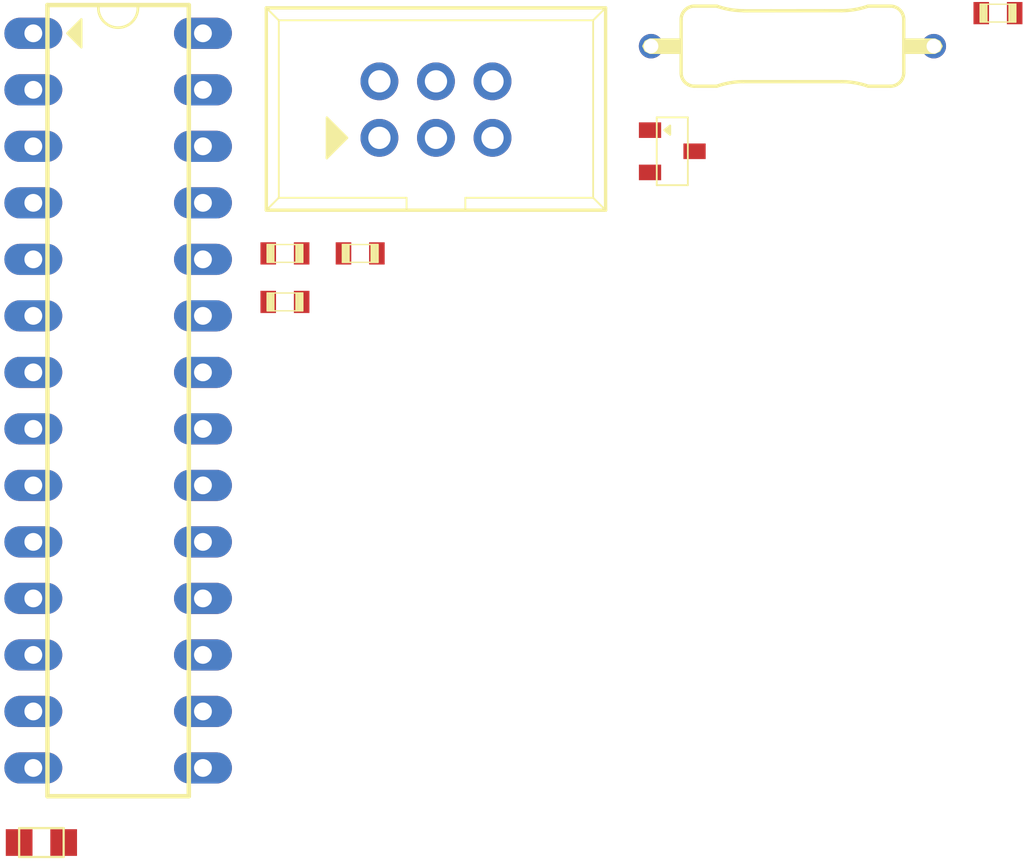
<source format=kicad_pcb>
(kicad_pcb (version 20171130) (host pcbnew "(5.1.9)-1")

  (general
    (thickness 1.6)
    (drawings 0)
    (tracks 0)
    (zones 0)
    (modules 9)
    (nets 10)
  )

  (page User 119.99 150.012)
  (layers
    (0 F.Cu signal)
    (31 B.Cu signal)
    (32 B.Adhes user)
    (33 F.Adhes user)
    (34 B.Paste user)
    (35 F.Paste user)
    (36 B.SilkS user)
    (37 F.SilkS user)
    (38 B.Mask user)
    (39 F.Mask user)
    (40 Dwgs.User user)
    (41 Cmts.User user)
    (42 Eco1.User user)
    (43 Eco2.User user)
    (44 Edge.Cuts user)
    (45 Margin user)
    (46 B.CrtYd user)
    (47 F.CrtYd user)
    (48 B.Fab user)
    (49 F.Fab user)
  )

  (setup
    (last_trace_width 0.2)
    (user_trace_width 0.3)
    (user_trace_width 0.5)
    (user_trace_width 1)
    (trace_clearance 0.2)
    (zone_clearance 0.3)
    (zone_45_only no)
    (trace_min 0.2)
    (via_size 0.6)
    (via_drill 0.3)
    (via_min_size 0.4)
    (via_min_drill 0.3)
    (uvia_size 0.3)
    (uvia_drill 0.1)
    (uvias_allowed no)
    (uvia_min_size 0.2)
    (uvia_min_drill 0.1)
    (edge_width 0.15)
    (segment_width 0.2)
    (pcb_text_width 0.3)
    (pcb_text_size 1.5 1.5)
    (mod_edge_width 0.15)
    (mod_text_size 1 1)
    (mod_text_width 0.15)
    (pad_size 1.524 1.524)
    (pad_drill 0.762)
    (pad_to_mask_clearance 0)
    (aux_axis_origin 14 14)
    (grid_origin 14 14)
    (visible_elements 7FFFFFFF)
    (pcbplotparams
      (layerselection 0x010fc_ffffffff)
      (usegerberextensions true)
      (usegerberattributes false)
      (usegerberadvancedattributes false)
      (creategerberjobfile false)
      (excludeedgelayer true)
      (linewidth 0.100000)
      (plotframeref false)
      (viasonmask false)
      (mode 1)
      (useauxorigin true)
      (hpglpennumber 1)
      (hpglpenspeed 20)
      (hpglpendiameter 15.000000)
      (psnegative false)
      (psa4output false)
      (plotreference true)
      (plotvalue true)
      (plotinvisibletext false)
      (padsonsilk false)
      (subtractmaskfromsilk true)
      (outputformat 1)
      (mirror false)
      (drillshape 0)
      (scaleselection 1)
      (outputdirectory "Gerber"))
  )

  (net 0 "")
  (net 1 GND)
  (net 2 "Net-(C1-Pad1)")
  (net 3 "Net-(C2-Pad1)")
  (net 4 VCC)
  (net 5 "Net-(C4-Pad1)")
  (net 6 "Net-(IC1-Pad17)")
  (net 7 "Net-(IC1-Pad18)")
  (net 8 "Net-(IC1-Pad19)")
  (net 9 RST)

  (net_class Default "To jest domyślna klasa połączeń."
    (clearance 0.2)
    (trace_width 0.2)
    (via_dia 0.6)
    (via_drill 0.3)
    (uvia_dia 0.3)
    (uvia_drill 0.1)
    (add_net GND)
    (add_net "Net-(C1-Pad1)")
    (add_net "Net-(C2-Pad1)")
    (add_net "Net-(C4-Pad1)")
    (add_net "Net-(IC1-Pad17)")
    (add_net "Net-(IC1-Pad18)")
    (add_net "Net-(IC1-Pad19)")
    (add_net RST)
    (add_net VCC)
  )

  (module Capacitor-SMD:0603 (layer F.Cu) (tedit 61157EB3) (tstamp 6148D0CA)
    (at 48.550001 30.640001)
    (path /61849FC4)
    (attr smd)
    (fp_text reference C1 (at 0 1) (layer F.Fab) hide
      (effects (font (size 0.4 0.4) (thickness 0.07)))
    )
    (fp_text value 15pF (at 0 0) (layer F.Fab)
      (effects (font (size 0.4 0.4) (thickness 0.07)))
    )
    (fp_line (start -0.4 -0.55) (end -1.15 -0.55) (layer F.Fab) (width 0.08))
    (fp_line (start -1.15 -0.55) (end -1.15 0.55) (layer F.Fab) (width 0.08))
    (fp_line (start -1.15 0.55) (end -0.4 0.55) (layer F.Fab) (width 0.08))
    (fp_line (start 0.4 -0.55) (end 1.15 -0.55) (layer F.Fab) (width 0.08))
    (fp_line (start 1.15 -0.55) (end 1.15 0.55) (layer F.Fab) (width 0.08))
    (fp_line (start 1.15 0.55) (end 0.4 0.55) (layer F.Fab) (width 0.08))
    (fp_line (start 1.15 -0.55) (end 1.15 0.55) (layer F.CrtYd) (width 0.05))
    (fp_line (start 1.15 0.55) (end -1.15 0.55) (layer F.CrtYd) (width 0.05))
    (fp_line (start -1.15 0.55) (end -1.15 -0.55) (layer F.CrtYd) (width 0.05))
    (fp_line (start -1.15 -0.55) (end 1.15 -0.55) (layer F.CrtYd) (width 0.05))
    (fp_line (start 0.5 -0.4) (end 0.5 0.4) (layer F.SilkS) (width 0.06))
    (fp_line (start 0.8 0.4) (end 0.8 -0.4) (layer F.SilkS) (width 0.06))
    (fp_line (start 0.75 0.4) (end 0.75 -0.4) (layer F.SilkS) (width 0.06))
    (fp_line (start 0.55 -0.4) (end 0.55 0.4) (layer F.SilkS) (width 0.06))
    (fp_line (start 0.6 -0.4) (end 0.6 0.4) (layer F.SilkS) (width 0.06))
    (fp_line (start 0.65 0.4) (end 0.65 -0.4) (layer F.SilkS) (width 0.06))
    (fp_line (start 0.7 -0.4) (end 0.7 0.4) (layer F.SilkS) (width 0.06))
    (fp_line (start -0.6 -0.4) (end -0.6 0.4) (layer F.SilkS) (width 0.06))
    (fp_line (start -0.65 0.4) (end -0.65 -0.4) (layer F.SilkS) (width 0.06))
    (fp_line (start -0.7 -0.4) (end -0.7 0.4) (layer F.SilkS) (width 0.06))
    (fp_line (start -0.75 -0.4) (end -0.75 0.4) (layer F.SilkS) (width 0.06))
    (fp_line (start -0.55 0.4) (end -0.55 -0.4) (layer F.SilkS) (width 0.06))
    (fp_line (start 0.5 0.4) (end 0.5 -0.4) (layer F.SilkS) (width 0.06))
    (fp_line (start -0.5 0.4) (end -0.5 -0.4) (layer F.SilkS) (width 0.06))
    (fp_line (start 0.8 -0.4) (end -0.8 -0.4) (layer F.SilkS) (width 0.06))
    (fp_line (start -0.8 -0.4) (end -0.8 0.4) (layer F.SilkS) (width 0.06))
    (fp_line (start -0.8 0.4) (end 0.8 0.4) (layer F.SilkS) (width 0.06))
    (fp_line (start 0.8 0.4) (end 0.8 -0.4) (layer F.SilkS) (width 0.06))
    (pad 1 smd rect (at -0.75 0) (size 0.7 1) (layers F.Cu F.Paste F.Mask)
      (net 2 "Net-(C1-Pad1)"))
    (pad 2 smd rect (at 0.75 0) (size 0.7 1) (layers F.Cu F.Paste F.Mask)
      (net 1 GND))
    (model ${L3D}/Capacitor-SMD/0603.step
      (at (xyz 0 0 0))
      (scale (xyz 1 1 1))
      (rotate (xyz 0 0 0))
    )
  )

  (module Capacitor-SMD:0603 (layer F.Cu) (tedit 61157EB3) (tstamp 6148D0EC)
    (at 80.580001 19.840001)
    (path /61849FCE)
    (attr smd)
    (fp_text reference C2 (at 0 1) (layer F.Fab) hide
      (effects (font (size 0.4 0.4) (thickness 0.07)))
    )
    (fp_text value 15pF (at 0 0) (layer F.Fab)
      (effects (font (size 0.4 0.4) (thickness 0.07)))
    )
    (fp_line (start 0.8 0.4) (end 0.8 -0.4) (layer F.SilkS) (width 0.06))
    (fp_line (start -0.8 0.4) (end 0.8 0.4) (layer F.SilkS) (width 0.06))
    (fp_line (start -0.8 -0.4) (end -0.8 0.4) (layer F.SilkS) (width 0.06))
    (fp_line (start 0.8 -0.4) (end -0.8 -0.4) (layer F.SilkS) (width 0.06))
    (fp_line (start -0.5 0.4) (end -0.5 -0.4) (layer F.SilkS) (width 0.06))
    (fp_line (start 0.5 0.4) (end 0.5 -0.4) (layer F.SilkS) (width 0.06))
    (fp_line (start -0.55 0.4) (end -0.55 -0.4) (layer F.SilkS) (width 0.06))
    (fp_line (start -0.75 -0.4) (end -0.75 0.4) (layer F.SilkS) (width 0.06))
    (fp_line (start -0.7 -0.4) (end -0.7 0.4) (layer F.SilkS) (width 0.06))
    (fp_line (start -0.65 0.4) (end -0.65 -0.4) (layer F.SilkS) (width 0.06))
    (fp_line (start -0.6 -0.4) (end -0.6 0.4) (layer F.SilkS) (width 0.06))
    (fp_line (start 0.7 -0.4) (end 0.7 0.4) (layer F.SilkS) (width 0.06))
    (fp_line (start 0.65 0.4) (end 0.65 -0.4) (layer F.SilkS) (width 0.06))
    (fp_line (start 0.6 -0.4) (end 0.6 0.4) (layer F.SilkS) (width 0.06))
    (fp_line (start 0.55 -0.4) (end 0.55 0.4) (layer F.SilkS) (width 0.06))
    (fp_line (start 0.75 0.4) (end 0.75 -0.4) (layer F.SilkS) (width 0.06))
    (fp_line (start 0.8 0.4) (end 0.8 -0.4) (layer F.SilkS) (width 0.06))
    (fp_line (start 0.5 -0.4) (end 0.5 0.4) (layer F.SilkS) (width 0.06))
    (fp_line (start -1.15 -0.55) (end 1.15 -0.55) (layer F.CrtYd) (width 0.05))
    (fp_line (start -1.15 0.55) (end -1.15 -0.55) (layer F.CrtYd) (width 0.05))
    (fp_line (start 1.15 0.55) (end -1.15 0.55) (layer F.CrtYd) (width 0.05))
    (fp_line (start 1.15 -0.55) (end 1.15 0.55) (layer F.CrtYd) (width 0.05))
    (fp_line (start 1.15 0.55) (end 0.4 0.55) (layer F.Fab) (width 0.08))
    (fp_line (start 1.15 -0.55) (end 1.15 0.55) (layer F.Fab) (width 0.08))
    (fp_line (start 0.4 -0.55) (end 1.15 -0.55) (layer F.Fab) (width 0.08))
    (fp_line (start -1.15 0.55) (end -0.4 0.55) (layer F.Fab) (width 0.08))
    (fp_line (start -1.15 -0.55) (end -1.15 0.55) (layer F.Fab) (width 0.08))
    (fp_line (start -0.4 -0.55) (end -1.15 -0.55) (layer F.Fab) (width 0.08))
    (pad 2 smd rect (at 0.75 0) (size 0.7 1) (layers F.Cu F.Paste F.Mask)
      (net 1 GND))
    (pad 1 smd rect (at -0.75 0) (size 0.7 1) (layers F.Cu F.Paste F.Mask)
      (net 3 "Net-(C2-Pad1)"))
    (model ${L3D}/Capacitor-SMD/0603.step
      (at (xyz 0 0 0))
      (scale (xyz 1 1 1))
      (rotate (xyz 0 0 0))
    )
  )

  (module Capacitor-SMD:0603 (layer F.Cu) (tedit 61157EB3) (tstamp 6148D10E)
    (at 51.930001 30.640001)
    (path /614EE130)
    (attr smd)
    (fp_text reference C3 (at 0 1) (layer F.Fab) hide
      (effects (font (size 0.4 0.4) (thickness 0.07)))
    )
    (fp_text value 15pF (at 0 0) (layer F.Fab)
      (effects (font (size 0.4 0.4) (thickness 0.07)))
    )
    (fp_line (start -0.4 -0.55) (end -1.15 -0.55) (layer F.Fab) (width 0.08))
    (fp_line (start -1.15 -0.55) (end -1.15 0.55) (layer F.Fab) (width 0.08))
    (fp_line (start -1.15 0.55) (end -0.4 0.55) (layer F.Fab) (width 0.08))
    (fp_line (start 0.4 -0.55) (end 1.15 -0.55) (layer F.Fab) (width 0.08))
    (fp_line (start 1.15 -0.55) (end 1.15 0.55) (layer F.Fab) (width 0.08))
    (fp_line (start 1.15 0.55) (end 0.4 0.55) (layer F.Fab) (width 0.08))
    (fp_line (start 1.15 -0.55) (end 1.15 0.55) (layer F.CrtYd) (width 0.05))
    (fp_line (start 1.15 0.55) (end -1.15 0.55) (layer F.CrtYd) (width 0.05))
    (fp_line (start -1.15 0.55) (end -1.15 -0.55) (layer F.CrtYd) (width 0.05))
    (fp_line (start -1.15 -0.55) (end 1.15 -0.55) (layer F.CrtYd) (width 0.05))
    (fp_line (start 0.5 -0.4) (end 0.5 0.4) (layer F.SilkS) (width 0.06))
    (fp_line (start 0.8 0.4) (end 0.8 -0.4) (layer F.SilkS) (width 0.06))
    (fp_line (start 0.75 0.4) (end 0.75 -0.4) (layer F.SilkS) (width 0.06))
    (fp_line (start 0.55 -0.4) (end 0.55 0.4) (layer F.SilkS) (width 0.06))
    (fp_line (start 0.6 -0.4) (end 0.6 0.4) (layer F.SilkS) (width 0.06))
    (fp_line (start 0.65 0.4) (end 0.65 -0.4) (layer F.SilkS) (width 0.06))
    (fp_line (start 0.7 -0.4) (end 0.7 0.4) (layer F.SilkS) (width 0.06))
    (fp_line (start -0.6 -0.4) (end -0.6 0.4) (layer F.SilkS) (width 0.06))
    (fp_line (start -0.65 0.4) (end -0.65 -0.4) (layer F.SilkS) (width 0.06))
    (fp_line (start -0.7 -0.4) (end -0.7 0.4) (layer F.SilkS) (width 0.06))
    (fp_line (start -0.75 -0.4) (end -0.75 0.4) (layer F.SilkS) (width 0.06))
    (fp_line (start -0.55 0.4) (end -0.55 -0.4) (layer F.SilkS) (width 0.06))
    (fp_line (start 0.5 0.4) (end 0.5 -0.4) (layer F.SilkS) (width 0.06))
    (fp_line (start -0.5 0.4) (end -0.5 -0.4) (layer F.SilkS) (width 0.06))
    (fp_line (start 0.8 -0.4) (end -0.8 -0.4) (layer F.SilkS) (width 0.06))
    (fp_line (start -0.8 -0.4) (end -0.8 0.4) (layer F.SilkS) (width 0.06))
    (fp_line (start -0.8 0.4) (end 0.8 0.4) (layer F.SilkS) (width 0.06))
    (fp_line (start 0.8 0.4) (end 0.8 -0.4) (layer F.SilkS) (width 0.06))
    (pad 1 smd rect (at -0.75 0) (size 0.7 1) (layers F.Cu F.Paste F.Mask)
      (net 4 VCC))
    (pad 2 smd rect (at 0.75 0) (size 0.7 1) (layers F.Cu F.Paste F.Mask)
      (net 1 GND))
    (model ${L3D}/Capacitor-SMD/0603.step
      (at (xyz 0 0 0))
      (scale (xyz 1 1 1))
      (rotate (xyz 0 0 0))
    )
  )

  (module Capacitor-SMD:0603 (layer F.Cu) (tedit 61157EB3) (tstamp 6148D130)
    (at 48.550001 32.820001)
    (path /614EF754)
    (attr smd)
    (fp_text reference C4 (at 0 1) (layer F.Fab) hide
      (effects (font (size 0.4 0.4) (thickness 0.07)))
    )
    (fp_text value 15pF (at 0 0) (layer F.Fab)
      (effects (font (size 0.4 0.4) (thickness 0.07)))
    )
    (fp_line (start 0.8 0.4) (end 0.8 -0.4) (layer F.SilkS) (width 0.06))
    (fp_line (start -0.8 0.4) (end 0.8 0.4) (layer F.SilkS) (width 0.06))
    (fp_line (start -0.8 -0.4) (end -0.8 0.4) (layer F.SilkS) (width 0.06))
    (fp_line (start 0.8 -0.4) (end -0.8 -0.4) (layer F.SilkS) (width 0.06))
    (fp_line (start -0.5 0.4) (end -0.5 -0.4) (layer F.SilkS) (width 0.06))
    (fp_line (start 0.5 0.4) (end 0.5 -0.4) (layer F.SilkS) (width 0.06))
    (fp_line (start -0.55 0.4) (end -0.55 -0.4) (layer F.SilkS) (width 0.06))
    (fp_line (start -0.75 -0.4) (end -0.75 0.4) (layer F.SilkS) (width 0.06))
    (fp_line (start -0.7 -0.4) (end -0.7 0.4) (layer F.SilkS) (width 0.06))
    (fp_line (start -0.65 0.4) (end -0.65 -0.4) (layer F.SilkS) (width 0.06))
    (fp_line (start -0.6 -0.4) (end -0.6 0.4) (layer F.SilkS) (width 0.06))
    (fp_line (start 0.7 -0.4) (end 0.7 0.4) (layer F.SilkS) (width 0.06))
    (fp_line (start 0.65 0.4) (end 0.65 -0.4) (layer F.SilkS) (width 0.06))
    (fp_line (start 0.6 -0.4) (end 0.6 0.4) (layer F.SilkS) (width 0.06))
    (fp_line (start 0.55 -0.4) (end 0.55 0.4) (layer F.SilkS) (width 0.06))
    (fp_line (start 0.75 0.4) (end 0.75 -0.4) (layer F.SilkS) (width 0.06))
    (fp_line (start 0.8 0.4) (end 0.8 -0.4) (layer F.SilkS) (width 0.06))
    (fp_line (start 0.5 -0.4) (end 0.5 0.4) (layer F.SilkS) (width 0.06))
    (fp_line (start -1.15 -0.55) (end 1.15 -0.55) (layer F.CrtYd) (width 0.05))
    (fp_line (start -1.15 0.55) (end -1.15 -0.55) (layer F.CrtYd) (width 0.05))
    (fp_line (start 1.15 0.55) (end -1.15 0.55) (layer F.CrtYd) (width 0.05))
    (fp_line (start 1.15 -0.55) (end 1.15 0.55) (layer F.CrtYd) (width 0.05))
    (fp_line (start 1.15 0.55) (end 0.4 0.55) (layer F.Fab) (width 0.08))
    (fp_line (start 1.15 -0.55) (end 1.15 0.55) (layer F.Fab) (width 0.08))
    (fp_line (start 0.4 -0.55) (end 1.15 -0.55) (layer F.Fab) (width 0.08))
    (fp_line (start -1.15 0.55) (end -0.4 0.55) (layer F.Fab) (width 0.08))
    (fp_line (start -1.15 -0.55) (end -1.15 0.55) (layer F.Fab) (width 0.08))
    (fp_line (start -0.4 -0.55) (end -1.15 -0.55) (layer F.Fab) (width 0.08))
    (pad 2 smd rect (at 0.75 0) (size 0.7 1) (layers F.Cu F.Paste F.Mask)
      (net 1 GND))
    (pad 1 smd rect (at -0.75 0) (size 0.7 1) (layers F.Cu F.Paste F.Mask)
      (net 5 "Net-(C4-Pad1)"))
    (model ${L3D}/Capacitor-SMD/0603.step
      (at (xyz 0 0 0))
      (scale (xyz 1 1 1))
      (rotate (xyz 0 0 0))
    )
  )

  (module DIP:DIP28-M04 (layer F.Cu) (tedit 6148C1DC) (tstamp 6148D163)
    (at 41.057001 37.257001)
    (descr 7.62mm)
    (path /6154264A)
    (fp_text reference IC1 (at -1.27 0 90) (layer F.Fab)
      (effects (font (size 1.4 1.4) (thickness 0.2)))
    )
    (fp_text value ATMEGA328P (at 1.27 0 90) (layer F.Fab)
      (effects (font (size 1.4 1.4) (thickness 0.2)))
    )
    (fp_circle (center -3.81 -16.51) (end -3.556 -16.51) (layer F.Fab) (width 0.6))
    (fp_line (start 5.207 17.907) (end 1.905 17.907) (layer F.Fab) (width 0.2))
    (fp_line (start -1.905 17.907) (end -5.207 17.907) (layer F.Fab) (width 0.2))
    (fp_line (start 5.207 -17.907) (end 1.905 -17.907) (layer F.Fab) (width 0.2))
    (fp_line (start -1.905 -17.907) (end -5.207 -17.907) (layer F.Fab) (width 0.2))
    (fp_line (start -5.207 17.907) (end -5.207 -17.907) (layer F.Fab) (width 0.2))
    (fp_line (start 5.207 17.907) (end 5.207 -17.907) (layer F.Fab) (width 0.2))
    (fp_line (start -3.175 17.78) (end 3.175 17.78) (layer F.SilkS) (width 0.2))
    (fp_line (start -0.889 -17.653) (end -0.889 -17.78) (layer F.SilkS) (width 0.12))
    (fp_line (start 0.889 -17.653) (end 0.889 -17.78) (layer F.SilkS) (width 0.12))
    (fp_line (start -3.175 -17.78) (end 3.175 -17.78) (layer F.SilkS) (width 0.2))
    (fp_line (start 3.175 -17.78) (end 3.175 17.78) (layer F.SilkS) (width 0.2))
    (fp_line (start -3.175 -17.78) (end -3.175 17.78) (layer F.SilkS) (width 0.2))
    (fp_line (start -5.207 -17.907) (end -5.207 17.907) (layer F.CrtYd) (width 0.05))
    (fp_line (start -5.207 17.907) (end 5.207 17.907) (layer F.CrtYd) (width 0.05))
    (fp_line (start 5.207 17.907) (end 5.207 -17.907) (layer F.CrtYd) (width 0.05))
    (fp_line (start 5.207 -17.907) (end -5.207 -17.907) (layer F.CrtYd) (width 0.05))
    (fp_poly (pts (xy -1.651 -15.875) (xy -2.286 -16.51) (xy -1.651 -17.145)) (layer F.SilkS) (width 0.1))
    (fp_arc (start 0 -17.653) (end -0.889 -17.653) (angle -180) (layer F.SilkS) (width 0.12))
    (pad 15 thru_hole oval (at 3.81 16.51) (size 2.6 1.4) (drill 0.8) (layers *.Cu *.Mask))
    (pad 2 thru_hole oval (at -3.81 -13.97) (size 2.6 1.4) (drill 0.8) (layers *.Cu *.Mask))
    (pad 16 thru_hole oval (at 3.81 13.97) (size 2.6 1.4) (drill 0.8) (layers *.Cu *.Mask))
    (pad 3 thru_hole oval (at -3.81 -11.43) (size 2.6 1.4) (drill 0.8) (layers *.Cu *.Mask))
    (pad 17 thru_hole oval (at 3.81 11.43) (size 2.6 1.4) (drill 0.8) (layers *.Cu *.Mask)
      (net 6 "Net-(IC1-Pad17)"))
    (pad 4 thru_hole oval (at -3.81 -8.89) (size 2.6 1.4) (drill 0.8) (layers *.Cu *.Mask))
    (pad 18 thru_hole oval (at 3.81 8.89) (size 2.6 1.4) (drill 0.8) (layers *.Cu *.Mask)
      (net 7 "Net-(IC1-Pad18)"))
    (pad 5 thru_hole oval (at -3.81 -6.35) (size 2.6 1.4) (drill 0.8) (layers *.Cu *.Mask))
    (pad 19 thru_hole oval (at 3.81 6.35) (size 2.6 1.4) (drill 0.8) (layers *.Cu *.Mask)
      (net 8 "Net-(IC1-Pad19)"))
    (pad 6 thru_hole oval (at -3.81 -3.81) (size 2.6 1.4) (drill 0.8) (layers *.Cu *.Mask))
    (pad 20 thru_hole oval (at 3.81 3.81) (size 2.6 1.4) (drill 0.8) (layers *.Cu *.Mask)
      (net 5 "Net-(C4-Pad1)"))
    (pad 7 thru_hole oval (at -3.81 -1.27) (size 2.6 1.4) (drill 0.8) (layers *.Cu *.Mask)
      (net 5 "Net-(C4-Pad1)"))
    (pad 21 thru_hole oval (at 3.81 1.27) (size 2.6 1.4) (drill 0.8) (layers *.Cu *.Mask)
      (net 5 "Net-(C4-Pad1)"))
    (pad 8 thru_hole oval (at -3.81 1.27) (size 2.6 1.4) (drill 0.8) (layers *.Cu *.Mask)
      (net 1 GND))
    (pad 22 thru_hole oval (at 3.81 -1.27) (size 2.6 1.4) (drill 0.8) (layers *.Cu *.Mask)
      (net 1 GND))
    (pad 9 thru_hole oval (at -3.81 3.81) (size 2.6 1.4) (drill 0.8) (layers *.Cu *.Mask)
      (net 3 "Net-(C2-Pad1)"))
    (pad 23 thru_hole oval (at 3.81 -3.81) (size 2.6 1.4) (drill 0.8) (layers *.Cu *.Mask))
    (pad 10 thru_hole oval (at -3.81 6.35) (size 2.6 1.4) (drill 0.8) (layers *.Cu *.Mask)
      (net 2 "Net-(C1-Pad1)"))
    (pad 24 thru_hole oval (at 3.81 -6.35) (size 2.6 1.4) (drill 0.8) (layers *.Cu *.Mask))
    (pad 11 thru_hole oval (at -3.81 8.89) (size 2.6 1.4) (drill 0.8) (layers *.Cu *.Mask))
    (pad 25 thru_hole oval (at 3.81 -8.89) (size 2.6 1.4) (drill 0.8) (layers *.Cu *.Mask))
    (pad 12 thru_hole oval (at -3.81 11.43) (size 2.6 1.4) (drill 0.8) (layers *.Cu *.Mask))
    (pad 26 thru_hole oval (at 3.81 -11.43) (size 2.6 1.4) (drill 0.8) (layers *.Cu *.Mask))
    (pad 13 thru_hole oval (at -3.81 13.97) (size 2.6 1.4) (drill 0.8) (layers *.Cu *.Mask))
    (pad 27 thru_hole oval (at 3.81 -13.97) (size 2.6 1.4) (drill 0.8) (layers *.Cu *.Mask))
    (pad 14 thru_hole oval (at -3.81 16.51) (size 2.6 1.4) (drill 0.8) (layers *.Cu *.Mask))
    (pad 28 thru_hole oval (at 3.81 -16.51) (size 2.6 1.4) (drill 0.8) (layers *.Cu *.Mask))
    (pad 1 thru_hole oval (at -3.81 -16.51) (size 2.6 1.4) (drill 0.8) (layers *.Cu *.Mask)
      (net 9 RST))
    (model ${L3D}/DIP/DIP28-M04.step
      (offset (xyz -3.81 16.51 0))
      (scale (xyz 1 1 1))
      (rotate (xyz 0 0 90))
    )
  )

  (module SOT-SMD:SOT23-3 (layer F.Cu) (tedit 602B1CB8) (tstamp 6148D17A)
    (at 65.950001 26.050001)
    (path /614D7BC1)
    (attr smd)
    (fp_text reference IC2 (at 0 0 90) (layer F.Fab)
      (effects (font (size 0.6 0.6) (thickness 0.08)))
    )
    (fp_text value AP7381 (at 0.95 0 90) (layer F.Fab)
      (effects (font (size 0.45 0.45) (thickness 0.08)))
    )
    (fp_line (start -1.6 -1.6) (end 1.6 -1.6) (layer F.CrtYd) (width 0.05))
    (fp_line (start 1.6 -1.6) (end 1.6 1.6) (layer F.CrtYd) (width 0.05))
    (fp_line (start 1.6 1.6) (end -1.6 1.6) (layer F.CrtYd) (width 0.05))
    (fp_line (start -1.6 1.6) (end -1.6 -1.6) (layer F.CrtYd) (width 0.05))
    (fp_line (start 0.6 1.6) (end 1.6 1.6) (layer F.Fab) (width 0.1))
    (fp_line (start 1.6 1.6) (end 1.6 -1.6) (layer F.Fab) (width 0.1))
    (fp_line (start 1.6 -1.6) (end 0.6 -1.6) (layer F.Fab) (width 0.1))
    (fp_line (start -0.6 -1.6) (end -1.6 -1.6) (layer F.Fab) (width 0.1))
    (fp_line (start -1.6 -1.6) (end -1.6 1.6) (layer F.Fab) (width 0.1))
    (fp_line (start -1.6 1.6) (end -0.6 1.6) (layer F.Fab) (width 0.1))
    (fp_line (start -0.6985 -1.524) (end 0.6985 -1.524) (layer F.SilkS) (width 0.08))
    (fp_line (start -0.6985 1.524) (end 0.6985 1.524) (layer F.SilkS) (width 0.08))
    (fp_circle (center -1.016 -0.9525) (end -1 -0.8) (layer F.Fab) (width 0.6))
    (fp_line (start -0.6985 1.524) (end -0.6985 -1.524) (layer F.SilkS) (width 0.08))
    (fp_line (start 0.6985 -1.524) (end 0.6985 1.524) (layer F.SilkS) (width 0.08))
    (fp_poly (pts (xy -0.1 -0.75) (xy -0.35 -0.9525) (xy -0.1 -1.15)) (layer F.SilkS) (width 0.1))
    (pad 1 smd rect (at -1 -0.95) (size 1 0.7) (layers F.Cu F.Paste F.Mask)
      (net 4 VCC))
    (pad 3 smd rect (at -1 0.95) (size 1 0.7) (layers F.Cu F.Paste F.Mask)
      (net 5 "Net-(C4-Pad1)"))
    (pad 2 smd rect (at 1 0) (size 1 0.7) (layers F.Cu F.Paste F.Mask)
      (net 1 GND))
    (model ${L3D}/SOT-SMD/SOT23.step
      (at (xyz 0 0 0))
      (scale (xyz 1 1 1))
      (rotate (xyz 0 0 0))
    )
  )

  (module IDC:IDC6 (layer F.Cu) (tedit 60BE94B7) (tstamp 6148D1A2)
    (at 55.334001 24.176001)
    (path /642D904C)
    (fp_text reference IDC1 (at 0 -1.27) (layer F.Fab)
      (effects (font (size 1.4 1.4) (thickness 0.18)))
    )
    (fp_text value IDC8 (at 0 1.27) (layer F.Fab)
      (effects (font (size 1.4 1.4) (thickness 0.18)))
    )
    (fp_line (start 7.0612 -4.0132) (end -7.0612 -4.0132) (layer F.SilkS) (width 0.08))
    (fp_line (start -7.62 -4.572) (end 7.62 -4.572) (layer F.SilkS) (width 0.15))
    (fp_line (start 1.27 4.7752) (end 7.874 4.7752) (layer F.Fab) (width 0.2))
    (fp_line (start -7.874 4.7752) (end -1.27 4.7752) (layer F.Fab) (width 0.2))
    (fp_line (start 1.27 -4.826) (end 7.874 -4.826) (layer F.Fab) (width 0.2))
    (fp_line (start -7.874 -4.826) (end -1.27 -4.826) (layer F.Fab) (width 0.2))
    (fp_line (start -7.874 -4.826) (end 7.874 -4.826) (layer F.CrtYd) (width 0.05))
    (fp_line (start -7.874 4.7752) (end 7.874 4.7752) (layer F.CrtYd) (width 0.05))
    (fp_line (start 7.62 4.5212) (end -7.62 4.5212) (layer F.SilkS) (width 0.15))
    (fp_line (start 7.0612 3.9624) (end 1.3208 3.9624) (layer F.SilkS) (width 0.08))
    (fp_line (start -1.3208 3.9624) (end -7.0612 3.9624) (layer F.SilkS) (width 0.08))
    (fp_line (start 7.874 -4.826) (end 7.874 4.7625) (layer F.CrtYd) (width 0.05))
    (fp_line (start -7.874 4.7625) (end -7.874 -4.826) (layer F.CrtYd) (width 0.05))
    (fp_line (start 7.8105 4.7625) (end 7.874 4.7625) (layer F.Fab) (width 0.2))
    (fp_line (start 7.874 4.7625) (end 7.874 -4.7625) (layer F.Fab) (width 0.2))
    (fp_line (start 7.874 -4.7625) (end 7.874 -4.826) (layer F.Fab) (width 0.2))
    (fp_line (start -7.874 -4.826) (end -7.874 4.699) (layer F.Fab) (width 0.2))
    (fp_line (start -7.874 4.699) (end -7.874 4.7625) (layer F.Fab) (width 0.2))
    (fp_line (start -4.9022 2.1844) (end -4.9022 2.1082) (layer F.SilkS) (width 0.1))
    (fp_line (start 7.62 -4.572) (end 7.0612 -4.0132) (layer F.SilkS) (width 0.08))
    (fp_line (start 7.0612 -4.0132) (end 7.0612 3.9624) (layer F.SilkS) (width 0.08))
    (fp_line (start 1.3208 3.9624) (end 1.3208 4.5212) (layer F.SilkS) (width 0.08))
    (fp_line (start -7.0612 -4.0132) (end -7.0612 3.9624) (layer F.SilkS) (width 0.08))
    (fp_line (start -1.3208 3.9624) (end -1.3208 4.5212) (layer F.SilkS) (width 0.08))
    (fp_line (start -7.62 -4.572) (end -7.0612 -4.0132) (layer F.SilkS) (width 0.08))
    (fp_line (start 7.62 4.5212) (end 7.62 -4.572) (layer F.SilkS) (width 0.15))
    (fp_line (start 7.62 4.5212) (end 7.0612 3.9624) (layer F.SilkS) (width 0.08))
    (fp_line (start -7.62 4.5212) (end -7.0612 3.9624) (layer F.SilkS) (width 0.08))
    (fp_line (start -7.62 4.5212) (end -7.62 -4.572) (layer F.SilkS) (width 0.15))
    (fp_poly (pts (xy -3.9878 1.27) (xy -4.9022 2.1844) (xy -4.9022 0.3556)) (layer F.SilkS) (width 0.1))
    (pad 1 thru_hole circle (at -2.54 1.27) (size 1.7 1.7) (drill 1) (layers *.Cu *.Mask)
      (net 8 "Net-(IC1-Pad19)"))
    (pad 2 thru_hole circle (at -2.54 -1.27) (size 1.7 1.7) (drill 1) (layers *.Cu *.Mask))
    (pad 3 thru_hole circle (at 0 1.27) (size 1.7 1.7) (drill 1) (layers *.Cu *.Mask)
      (net 7 "Net-(IC1-Pad18)"))
    (pad 4 thru_hole circle (at 0 -1.27) (size 1.7 1.7) (drill 1) (layers *.Cu *.Mask)
      (net 6 "Net-(IC1-Pad17)"))
    (pad 5 thru_hole circle (at 2.54 1.27) (size 1.7 1.7) (drill 1) (layers *.Cu *.Mask)
      (net 9 RST))
    (pad 6 thru_hole circle (at 2.54 -1.27) (size 1.7 1.7) (drill 1) (layers *.Cu *.Mask)
      (net 1 GND))
    (model ${L3D}/IDC/IDC6.stp
      (at (xyz 0 0 0))
      (scale (xyz 1 1 1))
      (rotate (xyz 0 0 0))
    )
  )

  (module Resistor-THT:0.5W (layer F.Cu) (tedit 60F4094E) (tstamp 6148D1D0)
    (at 71.347681 21.325001)
    (path /614DCAE5)
    (fp_text reference R1 (at 0 -0.7) (layer F.Fab)
      (effects (font (size 1 1) (thickness 0.16)))
    )
    (fp_text value 20Ω (at 0 0.8) (layer F.Fab)
      (effects (font (size 1 1) (thickness 0.16)))
    )
    (fp_line (start 5.2 -1.2) (end 5.2 1.2) (layer F.Fab) (width 0.15))
    (fp_line (start 5.2 0.45) (end 5.2 1.2) (layer Dwgs.User) (width 0.05))
    (fp_line (start 5.2 0.45) (end 5.85 0.45) (layer Dwgs.User) (width 0.05))
    (fp_line (start 5.2 -0.45) (end 5.85 -0.45) (layer Dwgs.User) (width 0.05))
    (fp_line (start -5.2 0.45) (end -5.2 1.2) (layer Dwgs.User) (width 0.05))
    (fp_line (start -5.85 0.45) (end -5.2 0.45) (layer Dwgs.User) (width 0.05))
    (fp_line (start -5.85 -0.45) (end -5.2 -0.45) (layer Dwgs.User) (width 0.05))
    (fp_line (start -5.2 -1.2) (end -5.2 1.2) (layer F.Fab) (width 0.15))
    (fp_line (start -4.4 2) (end 4.4 2) (layer Dwgs.User) (width 0.05))
    (fp_line (start -4.4 -2) (end 4.4 -2) (layer Dwgs.User) (width 0.05))
    (fp_line (start -5.2 -1.2) (end -5.2 -0.45) (layer Dwgs.User) (width 0.05))
    (fp_line (start 5.2 -1.2) (end 5.2 -0.45) (layer Dwgs.User) (width 0.05))
    (fp_poly (pts (xy 5 -0.3) (xy 6.4 -0.3) (xy 6.6 -0.2) (xy 6.7 0)
      (xy 6.6 0.2) (xy 6.4 0.3) (xy 5 0.3)) (layer F.SilkS) (width 0.1))
    (fp_poly (pts (xy -5 0.3) (xy -6.4 0.3) (xy -6.6 0.2) (xy -6.7 0)
      (xy -6.6 -0.2) (xy -6.4 -0.3) (xy -5 -0.3)) (layer F.SilkS) (width 0.1))
    (fp_line (start -2.2 1.59445) (end 2.202519 1.594451) (layer F.SilkS) (width 0.15))
    (fp_line (start -2.199999 -1.588901) (end 2.20252 -1.59445) (layer F.SilkS) (width 0.15))
    (fp_line (start 4.4 -1.8) (end 3.4 -1.8) (layer F.SilkS) (width 0.15))
    (fp_line (start 5 1.2) (end 5 -1.2) (layer F.SilkS) (width 0.15))
    (fp_line (start 4.4 1.8) (end 3.4 1.8) (layer F.SilkS) (width 0.15))
    (fp_line (start -4.4 1.8) (end -3.4 1.8) (layer F.SilkS) (width 0.15))
    (fp_line (start -5 -1.2) (end -5 1.2) (layer F.SilkS) (width 0.15))
    (fp_line (start -4.4 -1.8) (end -3.4 -1.8) (layer F.SilkS) (width 0.15))
    (fp_arc (start -4.4 -1.2) (end -4.4 -1.8) (angle -90) (layer F.SilkS) (width 0.15))
    (fp_arc (start -2.2 -5.2) (end -3.399999 -1.800001) (angle -19.4) (layer F.SilkS) (width 0.15))
    (fp_arc (start -4.4 1.2) (end -5 1.2) (angle -90) (layer F.SilkS) (width 0.15))
    (fp_arc (start -2.197481 5.199999) (end -3.39748 1.8) (angle 19.4) (layer F.SilkS) (width 0.15))
    (fp_arc (start 2.2 5.2) (end 3.399999 1.800001) (angle -19.4) (layer F.SilkS) (width 0.15))
    (fp_arc (start 4.4 1.2) (end 4.4 1.8) (angle -90) (layer F.SilkS) (width 0.15))
    (fp_arc (start 4.4 -1.2) (end 5 -1.2) (angle -90) (layer F.SilkS) (width 0.15))
    (fp_arc (start 2.200001 -5.199999) (end 3.4 -1.8) (angle 19.4) (layer F.SilkS) (width 0.15))
    (fp_arc (start -4.4 -1.2) (end -4.4 -2) (angle -90) (layer Dwgs.User) (width 0.05))
    (fp_arc (start -4.4 1.2) (end -5.2 1.2) (angle -90) (layer Dwgs.User) (width 0.05))
    (fp_arc (start 4.4 -1.2) (end 5.2 -1.2) (angle -90) (layer Dwgs.User) (width 0.05))
    (fp_arc (start 4.4 1.2) (end 4.4 2) (angle -90) (layer Dwgs.User) (width 0.05))
    (fp_arc (start 4.4 1.2) (end 4.4 2) (angle -90) (layer F.Fab) (width 0.15))
    (fp_arc (start 4.4 -1.2) (end 5.2 -1.2) (angle -90) (layer F.Fab) (width 0.15))
    (fp_arc (start -4.4 -1.2) (end -4.4 -2) (angle -90) (layer F.Fab) (width 0.15))
    (fp_arc (start -4.4 1.2) (end -5.2 1.2) (angle -90) (layer F.Fab) (width 0.15))
    (fp_arc (start -6.35 0) (end -5.850001 -0.449999) (angle -276) (layer Dwgs.User) (width 0.05))
    (fp_arc (start 6.35 0) (end 5.850001 0.449999) (angle -276) (layer Dwgs.User) (width 0.05))
    (pad 2 thru_hole circle (at 6.35 0) (size 1.1 1.1) (drill 0.65) (layers *.Cu *.Mask)
      (net 9 RST))
    (pad 1 thru_hole circle (at -6.35 0) (size 1.1 1.1) (drill 0.65) (layers *.Cu *.Mask)
      (net 5 "Net-(C4-Pad1)"))
    (model ${L3D}/Resistor-THT/0.5W.step
      (offset (xyz 0 0 -5))
      (scale (xyz 1 1 1))
      (rotate (xyz -90 0 0))
    )
  )

  (module Crystal:2012 (layer F.Cu) (tedit 611584C5) (tstamp 6148D1E4)
    (at 37.610001 57.120001)
    (path /6184A07D)
    (attr smd)
    (fp_text reference XTAL1 (at 0 1.2 180) (layer F.Fab) hide
      (effects (font (size 0.4 0.4) (thickness 0.07)))
    )
    (fp_text value 16MHz (at 0 0 180) (layer F.Fab)
      (effects (font (size 0.4 0.4) (thickness 0.07)))
    )
    (fp_line (start -1.8 -0.8) (end -1.8 0.8) (layer F.CrtYd) (width 0.05))
    (fp_line (start 1.8 0.8) (end -1.8 0.8) (layer F.CrtYd) (width 0.05))
    (fp_line (start -1.8 -0.8) (end -1.8 0.8) (layer F.Fab) (width 0.12))
    (fp_line (start -0.4 0.8) (end -1.8 0.8) (layer F.Fab) (width 0.12))
    (fp_line (start -1 -0.65) (end -1 0.65) (layer F.SilkS) (width 0.1))
    (fp_line (start -1 -0.65) (end 1 -0.65) (layer F.SilkS) (width 0.1))
    (fp_line (start 1 -0.65) (end 1 0.65) (layer F.SilkS) (width 0.1))
    (fp_line (start -1 0.65) (end 1 0.65) (layer F.SilkS) (width 0.1))
    (fp_line (start -0.4 -0.8) (end -1.8 -0.8) (layer F.Fab) (width 0.12))
    (fp_line (start 1.8 -0.8) (end 0.4 -0.8) (layer F.Fab) (width 0.12))
    (fp_line (start 1.8 0.8) (end 0.4 0.8) (layer F.Fab) (width 0.12))
    (fp_line (start 1.8 -0.8) (end 1.8 0.8) (layer F.Fab) (width 0.12))
    (fp_line (start 1.8 -0.8) (end -1.8 -0.8) (layer F.CrtYd) (width 0.05))
    (fp_line (start 1.8 -0.8) (end 1.8 0.8) (layer F.CrtYd) (width 0.05))
    (pad 1 smd rect (at -1 0) (size 1.2 1.2) (layers F.Cu F.Paste F.Mask)
      (net 2 "Net-(C1-Pad1)"))
    (pad 2 smd rect (at 1 0) (size 1.2 1.2) (layers F.Cu F.Paste F.Mask)
      (net 3 "Net-(C2-Pad1)"))
    (model ${L3D}/Crystal/2012.step
      (at (xyz 0 0 0))
      (scale (xyz 1 1 1))
      (rotate (xyz -90 0 0))
    )
  )

)

</source>
